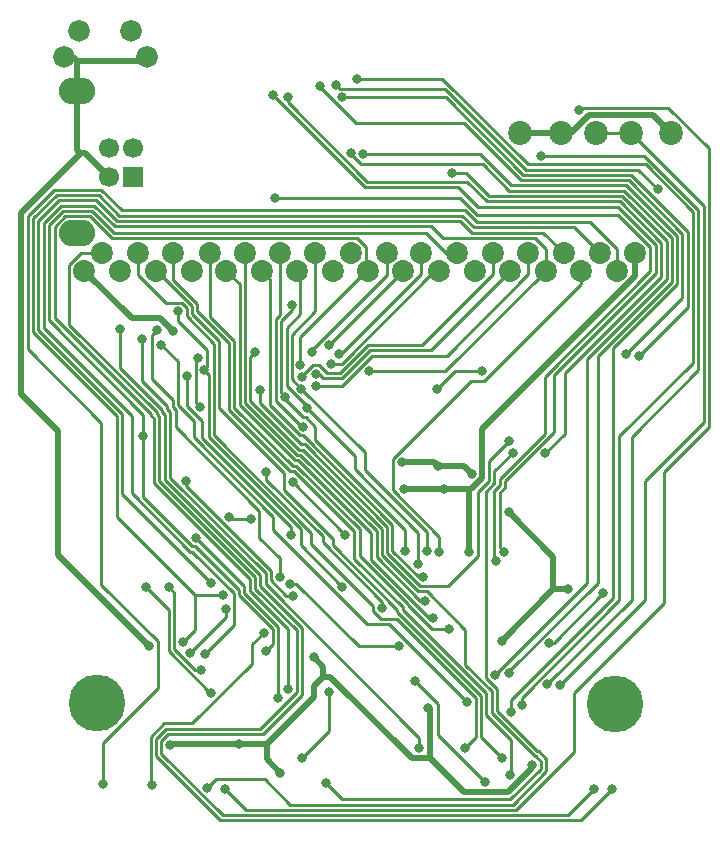
<source format=gbr>
%TF.GenerationSoftware,KiCad,Pcbnew,(6.0.2)*%
%TF.CreationDate,2022-07-19T18:02:22-05:00*%
%TF.ProjectId,REF1512B,52454631-3531-4324-922e-6b696361645f,rev?*%
%TF.SameCoordinates,Original*%
%TF.FileFunction,Copper,L2,Bot*%
%TF.FilePolarity,Positive*%
%FSLAX46Y46*%
G04 Gerber Fmt 4.6, Leading zero omitted, Abs format (unit mm)*
G04 Created by KiCad (PCBNEW (6.0.2)) date 2022-07-19 18:02:22*
%MOMM*%
%LPD*%
G01*
G04 APERTURE LIST*
%TA.AperFunction,NonConductor*%
%ADD10C,0.850000*%
%TD*%
%TA.AperFunction,ComponentPad*%
%ADD11R,1.700000X1.700000*%
%TD*%
%TA.AperFunction,ComponentPad*%
%ADD12C,1.700000*%
%TD*%
%TA.AperFunction,ComponentPad*%
%ADD13O,3.090000X2.250000*%
%TD*%
%TA.AperFunction,ComponentPad*%
%ADD14C,1.860000*%
%TD*%
%TA.AperFunction,ComponentPad*%
%ADD15C,2.020000*%
%TD*%
%TA.AperFunction,ComponentPad*%
%ADD16C,1.830000*%
%TD*%
%TA.AperFunction,ComponentPad*%
%ADD17C,4.800000*%
%TD*%
%TA.AperFunction,ViaPad*%
%ADD18C,0.800000*%
%TD*%
%TA.AperFunction,Conductor*%
%ADD19C,0.250000*%
%TD*%
%TA.AperFunction,Conductor*%
%ADD20C,0.550000*%
%TD*%
G04 APERTURE END LIST*
D10*
X130294300Y-62793200D02*
G75*
G03*
X130294300Y-62793200I-425000J0D01*
G01*
X125730200Y-62793200D02*
G75*
G03*
X125730200Y-62793200I-425000J0D01*
G01*
D11*
%TO.P,J4,1,VBUS*%
%TO.N,/VBUS*%
X129967000Y-75166000D03*
D12*
%TO.P,J4,2,D-*%
%TO.N,/D-*%
X129967000Y-72666000D03*
%TO.P,J4,3,D+*%
%TO.N,/D+*%
X127967000Y-72666000D03*
%TO.P,J4,4,GND*%
%TO.N,/GND*%
X127967000Y-75166000D03*
D13*
%TO.P,J4,5,Shield*%
X125257000Y-79936000D03*
X125257000Y-67896000D03*
%TD*%
D14*
%TO.P,J2,1,+3.3V/+5V*%
%TO.N,/VCC*%
X172479500Y-81608000D03*
%TO.P,J2,2,Clock*%
%TO.N,/Clk*%
X170933000Y-83116000D03*
%TO.P,J2,3,/WR*%
%TO.N,/Write*%
X169464600Y-81607900D03*
%TO.P,J2,4,/RD*%
%TO.N,/Rd_Game*%
X167916500Y-83114000D03*
%TO.P,J2,5,/CS.ROM*%
%TO.N,/CS.Rom.Game*%
X166446500Y-81608000D03*
%TO.P,J2,6,AD0*%
%TO.N,/AD0*%
X164900500Y-83116000D03*
%TO.P,J2,7,AD1*%
%TO.N,/AD1*%
X163432100Y-81607900D03*
%TO.P,J2,8,AD2*%
%TO.N,/AD2*%
X161882500Y-83115000D03*
%TO.P,J2,9,AD3*%
%TO.N,/AD3*%
X160456500Y-81609000D03*
%TO.P,J2,10,AD4*%
%TO.N,/AD4*%
X158907700Y-83116000D03*
%TO.P,J2,11,AD5*%
%TO.N,/AD5*%
X157399600Y-81607900D03*
%TO.P,J2,12,AD6*%
%TO.N,/AD6*%
X155847500Y-83116000D03*
%TO.P,J2,13,AD7*%
%TO.N,/AD7*%
X154383300Y-81607900D03*
%TO.P,J2,14,AD8*%
%TO.N,/AD8*%
X152833500Y-83116000D03*
%TO.P,J2,15,AD9*%
%TO.N,/AD9*%
X151447500Y-81607000D03*
%TO.P,J2,16,AD10*%
%TO.N,/AD10*%
X149896500Y-83117000D03*
%TO.P,J2,17,AD11*%
%TO.N,/AD11*%
X148426500Y-81608000D03*
%TO.P,J2,18,AD12*%
%TO.N,/AD12*%
X146881500Y-83115000D03*
%TO.P,J2,19,AD13*%
%TO.N,/AD13*%
X145412500Y-81609000D03*
%TO.P,J2,20,AD14*%
%TO.N,/AD14*%
X143864500Y-83117000D03*
%TO.P,J2,21,AD15*%
%TO.N,/AD15*%
X142396500Y-81607000D03*
%TO.P,J2,22,A16*%
%TO.N,/A16*%
X140851500Y-83115000D03*
%TO.P,J2,23,A17*%
%TO.N,/A17*%
X139418500Y-81606000D03*
%TO.P,J2,24,A18*%
%TO.N,/A18*%
X137874500Y-83116000D03*
%TO.P,J2,25,A19*%
%TO.N,/A19*%
X136483500Y-81611000D03*
%TO.P,J2,26,A20*%
%TO.N,/A20*%
X134932500Y-83114000D03*
%TO.P,J2,27,A21*%
%TO.N,/A21*%
X133387500Y-81609000D03*
%TO.P,J2,28,A22*%
%TO.N,/A22*%
X131880500Y-83116000D03*
%TO.P,J2,29,A23*%
%TO.N,/A23*%
X130373500Y-81609000D03*
%TO.P,J2,30,/CS.SRAM*%
%TO.N,/CS.SRAM*%
X128866500Y-83124000D03*
%TO.P,J2,31,/REQ*%
%TO.N,/REQ*%
X127351500Y-81609000D03*
%TO.P,J2,32,GND*%
%TO.N,/GND*%
X125848000Y-83116000D03*
%TD*%
D15*
%TO.P,J3,1,A*%
%TO.N,/GND*%
X166227000Y-71435000D03*
%TO.P,J3,2,B*%
%TO.N,/Switch*%
X169200000Y-71438000D03*
%TO.P,J3,3,C*%
X172103000Y-71437000D03*
%TO.P,J3,4,Case_GND*%
%TO.N,/GND*%
X162770000Y-71437000D03*
%TO.P,J3,5,Case_GND*%
X175552000Y-71439000D03*
%TD*%
D16*
%TO.P,SW1,1,1*%
%TO.N,/GND*%
X124097000Y-64952000D03*
%TO.P,SW1,2,2*%
%TO.N,/Button*%
X125370000Y-62809000D03*
%TO.P,SW1,3,3*%
%TO.N,/GND*%
X129821000Y-62769000D03*
%TO.P,SW1,4,4*%
X131127000Y-64952000D03*
%TD*%
D17*
%TO.P,REF2,1*%
%TO.N,N/C*%
X170787000Y-119748000D03*
%TD*%
%TO.P,REF1,1*%
%TO.N,N/C*%
X126923000Y-119706000D03*
%TD*%
D18*
%TO.N,/CS.Rom.Game*%
X136606900Y-109559000D03*
%TO.N,/Rd_Game*%
X143270900Y-109591100D03*
X152472400Y-114883000D03*
X155914000Y-106861300D03*
%TO.N,/50MHz*%
X165229200Y-114613100D03*
X169799600Y-110392900D03*
%TO.N,/P0-4*%
X141844500Y-68248900D03*
X161354700Y-106874500D03*
%TO.N,/P0-5*%
X143060500Y-68391400D03*
X164872600Y-98544100D03*
%TO.N,/P0-6*%
X147662000Y-68411900D03*
X172803000Y-90292700D03*
%TO.N,/P0-7*%
X145795000Y-67428100D03*
X171738000Y-90157900D03*
%TO.N,/P1-1*%
X147156700Y-67380600D03*
X174438300Y-76198300D03*
%TO.N,/P1-3*%
X148971400Y-66830500D03*
X162868400Y-119879700D03*
%TO.N,/P1-2*%
X157003300Y-74811800D03*
X160613100Y-117291700D03*
%TO.N,/P0-3*%
X149432300Y-73185600D03*
X161955600Y-120484100D03*
%TO.N,/P0-2*%
X148431900Y-73139100D03*
X161801700Y-117164600D03*
%TO.N,/P0-1*%
X164513000Y-73345700D03*
X165039100Y-118113700D03*
%TO.N,/P0-0*%
X141988700Y-76898500D03*
X160733500Y-107672900D03*
%TO.N,/REQ*%
X170563000Y-126963600D03*
%TO.N,/CS.SRAM*%
X169022300Y-126949000D03*
X128866500Y-88012900D03*
%TO.N,/A23*%
X158059000Y-123468400D03*
%TO.N,/A22*%
X161242700Y-124355800D03*
%TO.N,/A21*%
X161853300Y-125797800D03*
%TO.N,/A20*%
X130716000Y-88906300D03*
X154196800Y-123456200D03*
%TO.N,/A19*%
X156731400Y-113440600D03*
%TO.N,/A18*%
X153802200Y-117791500D03*
X159766100Y-126355900D03*
X155345600Y-112457600D03*
%TO.N,/A17*%
X154666600Y-111057900D03*
%TO.N,/A16*%
X154550900Y-109022000D03*
%TO.N,/CS.Rom.Sys*%
X141019400Y-113735100D03*
X131549000Y-126601300D03*
%TO.N,/Rd_Sys*%
X137814400Y-111763800D03*
X134784800Y-115424500D03*
%TO.N,/Write*%
X137597400Y-110549400D03*
X134189400Y-114542200D03*
%TO.N,/Clk*%
X127406400Y-126544000D03*
%TO.N,/SST.WE#*%
X155712500Y-93096600D03*
X159478900Y-91604500D03*
%TO.N,/SST.CE#*%
X132027800Y-88118700D03*
X142375200Y-109017000D03*
%TO.N,/SST.OE#*%
X134498400Y-91987200D03*
X143334000Y-105456300D03*
%TO.N,/AD0*%
X136089900Y-115509700D03*
X149911200Y-91612800D03*
%TO.N,/AD8*%
X146543600Y-89365200D03*
X146529100Y-118778600D03*
X144251800Y-124319100D03*
%TO.N,/AD1*%
X145466500Y-92809200D03*
X135505300Y-90471800D03*
X135608700Y-94588900D03*
X132988300Y-109886500D03*
X135732800Y-116892600D03*
%TO.N,/AD9*%
X140301900Y-89997400D03*
X146314600Y-126466400D03*
X145079700Y-89969300D03*
%TO.N,/AD2*%
X145476500Y-91808800D03*
X162161700Y-98495000D03*
X136261800Y-126859100D03*
%TO.N,/AD10*%
X143078500Y-118467100D03*
X144146200Y-91087400D03*
%TO.N,/AD3*%
X144262100Y-92087800D03*
X167766000Y-69487200D03*
X137733100Y-126928300D03*
%TO.N,/AD11*%
X136000600Y-91512800D03*
X147688600Y-109865600D03*
X133781200Y-86538800D03*
%TO.N,/AD4*%
X140692200Y-93168000D03*
X161821600Y-97485600D03*
X131056800Y-109862400D03*
X136548400Y-118822900D03*
%TO.N,/AD12*%
X152985700Y-106823800D03*
X142842800Y-93767900D03*
X143416200Y-85988700D03*
%TO.N,/AD5*%
X130826400Y-97058900D03*
X141226200Y-115276600D03*
%TO.N,/AD13*%
X144214700Y-93088200D03*
X154858400Y-106836400D03*
%TO.N,/AD6*%
X146712000Y-90948300D03*
X134492700Y-100889800D03*
X143486100Y-110603200D03*
%TO.N,/AD14*%
X144676700Y-94737200D03*
X154115700Y-107928000D03*
%TO.N,/AD7*%
X147411100Y-90143900D03*
X135292000Y-105696400D03*
X142237200Y-119261900D03*
%TO.N,/AD15*%
X144374600Y-96292300D03*
X141247600Y-100166800D03*
X151045000Y-111630300D03*
%TO.N,/SST.A16*%
X143474100Y-100992300D03*
X147936200Y-105448000D03*
%TO.N,/Const_High*%
X138121200Y-103919800D03*
X139951300Y-104098800D03*
%TO.N,/VCC*%
X138898800Y-123140200D03*
X158419000Y-106915600D03*
X156337000Y-101546100D03*
X163754300Y-124941600D03*
X154973000Y-120128400D03*
X142440000Y-125578100D03*
X145254200Y-115828100D03*
X152908700Y-101566900D03*
X133081300Y-123211800D03*
%TO.N,/Button*%
X158256700Y-119631700D03*
X132355700Y-89337500D03*
%TO.N,/Switch*%
X166133800Y-118132800D03*
%TO.N,/GND*%
X152757600Y-99315800D03*
X161779600Y-103545700D03*
X155766700Y-99595000D03*
X166762700Y-110072700D03*
X133321700Y-88168500D03*
X131334500Y-114877800D03*
X158646600Y-100260700D03*
X161166800Y-114463600D03*
%TD*%
D19*
%TO.N,/CS.Rom.Game*%
X164714500Y-79876000D02*
X166446500Y-81608000D01*
X158631600Y-79876000D02*
X164714500Y-79876000D01*
X157631200Y-78875600D02*
X158631600Y-79876000D01*
X128626300Y-78875600D02*
X157631200Y-78875600D01*
X126870400Y-77119700D02*
X128626300Y-78875600D01*
X123684300Y-77119700D02*
X126870400Y-77119700D01*
X121961400Y-78842600D02*
X123684300Y-77119700D01*
X121961400Y-88091400D02*
X121961400Y-78842600D01*
X129070500Y-95200500D02*
X121961400Y-88091400D01*
X129070500Y-102022600D02*
X129070500Y-95200500D01*
X136606900Y-109559000D02*
X129070500Y-102022600D01*
%TO.N,/Rd_Game*%
X143776100Y-109591100D02*
X143270900Y-109591100D01*
X149068000Y-114883000D02*
X143776100Y-109591100D01*
X152472400Y-114883000D02*
X149068000Y-114883000D01*
X155914000Y-105597900D02*
X155914000Y-106861300D01*
X151987900Y-101671800D02*
X155914000Y-105597900D01*
X151987900Y-99059700D02*
X151987900Y-101671800D01*
X158589400Y-92458200D02*
X151987900Y-99059700D01*
X159699600Y-92458200D02*
X158589400Y-92458200D01*
X167916500Y-84241300D02*
X159699600Y-92458200D01*
X167916500Y-83114000D02*
X167916500Y-84241300D01*
%TO.N,/50MHz*%
X165579400Y-114613100D02*
X169799600Y-110392900D01*
X165229200Y-114613100D02*
X165579400Y-114613100D01*
%TO.N,/P0-4*%
X149583200Y-75987600D02*
X141844500Y-68248900D01*
X157483700Y-75987600D02*
X149583200Y-75987600D01*
X159169700Y-77673600D02*
X157483700Y-75987600D01*
X171000200Y-77673600D02*
X159169700Y-77673600D01*
X174228300Y-80901700D02*
X171000200Y-77673600D01*
X174228300Y-83295800D02*
X174228300Y-80901700D01*
X165605300Y-91918800D02*
X174228300Y-83295800D01*
X165605300Y-96756400D02*
X165605300Y-91918800D01*
X161473100Y-100888600D02*
X165605300Y-96756400D01*
X161473100Y-101431800D02*
X161473100Y-100888600D01*
X161022400Y-101882500D02*
X161473100Y-101431800D01*
X161022400Y-106542200D02*
X161022400Y-101882500D01*
X161354700Y-106874500D02*
X161022400Y-106542200D01*
%TO.N,/P0-5*%
X143060600Y-68391400D02*
X143060500Y-68391400D01*
X143060600Y-68799600D02*
X143060600Y-68391400D01*
X149798200Y-75537200D02*
X143060600Y-68799600D01*
X158224000Y-75537200D02*
X149798200Y-75537200D01*
X159910000Y-77223200D02*
X158224000Y-75537200D01*
X171186700Y-77223200D02*
X159910000Y-77223200D01*
X174678700Y-80715200D02*
X171186700Y-77223200D01*
X174678700Y-83587900D02*
X174678700Y-80715200D01*
X166506000Y-91760600D02*
X174678700Y-83587900D01*
X166506000Y-96910700D02*
X166506000Y-91760600D01*
X164872600Y-98544100D02*
X166506000Y-96910700D01*
%TO.N,/P0-6*%
X176938000Y-86157700D02*
X172803000Y-90292700D01*
X176938000Y-79790000D02*
X176938000Y-86157700D01*
X172119600Y-74971600D02*
X176938000Y-79790000D01*
X163019400Y-74971600D02*
X172119600Y-74971600D01*
X156459700Y-68411900D02*
X163019400Y-74971600D01*
X147662000Y-68411900D02*
X156459700Y-68411900D01*
%TO.N,/P0-7*%
X176487700Y-85408200D02*
X171738000Y-90157900D01*
X176487700Y-79976600D02*
X176487700Y-85408200D01*
X171933000Y-75421900D02*
X176487700Y-79976600D01*
X162832800Y-75421900D02*
X171933000Y-75421900D01*
X157994200Y-70583300D02*
X162832800Y-75421900D01*
X148807700Y-70583300D02*
X157994200Y-70583300D01*
X145795000Y-67570600D02*
X148807700Y-70583300D01*
X145795000Y-67428100D02*
X145795000Y-67570600D01*
%TO.N,/P1-1*%
X147462700Y-67686600D02*
X147156700Y-67380600D01*
X156371300Y-67686600D02*
X147462700Y-67686600D01*
X163206000Y-74521300D02*
X156371300Y-67686600D01*
X172761300Y-74521300D02*
X163206000Y-74521300D01*
X174438300Y-76198300D02*
X172761300Y-74521300D01*
%TO.N,/P1-3*%
X156152100Y-66830500D02*
X148971400Y-66830500D01*
X163392600Y-74071000D02*
X156152100Y-66830500D01*
X173360900Y-74071000D02*
X163392600Y-74071000D01*
X177388300Y-78098400D02*
X173360900Y-74071000D01*
X177388300Y-90868200D02*
X177388300Y-78098400D01*
X171133800Y-97122700D02*
X177388300Y-90868200D01*
X171133800Y-110993400D02*
X171133800Y-97122700D01*
X171133700Y-110993400D02*
X171133800Y-110993400D01*
X162868400Y-119258700D02*
X171133700Y-110993400D01*
X162868400Y-119879700D02*
X162868400Y-119258700D01*
%TO.N,/P1-2*%
X158135500Y-74811800D02*
X157003300Y-74811800D01*
X160096500Y-76772800D02*
X158135500Y-74811800D01*
X171373200Y-76772800D02*
X160096500Y-76772800D01*
X175136800Y-80536400D02*
X171373200Y-76772800D01*
X175136800Y-83822600D02*
X175136800Y-80536400D01*
X168402900Y-90556500D02*
X175136800Y-83822600D01*
X168402900Y-109501900D02*
X168402900Y-90556500D01*
X160613100Y-117291700D02*
X168402900Y-109501900D01*
%TO.N,/P0-3*%
X159322700Y-73185600D02*
X149432300Y-73185600D01*
X162009300Y-75872200D02*
X159322700Y-73185600D01*
X171746400Y-75872200D02*
X162009300Y-75872200D01*
X176037400Y-80163200D02*
X171746400Y-75872200D01*
X176037400Y-84195800D02*
X176037400Y-80163200D01*
X170577100Y-89656100D02*
X176037400Y-84195800D01*
X170577100Y-110818300D02*
X170577100Y-89656100D01*
X161955600Y-119439800D02*
X170577100Y-110818300D01*
X161955600Y-120484100D02*
X161955600Y-119439800D01*
%TO.N,/P0-2*%
X148431900Y-73212000D02*
X148431900Y-73139100D01*
X149306400Y-74086500D02*
X148431900Y-73212000D01*
X159586700Y-74086500D02*
X149306400Y-74086500D01*
X161822700Y-76322500D02*
X159586700Y-74086500D01*
X171559800Y-76322500D02*
X161822700Y-76322500D01*
X175587100Y-80349800D02*
X171559800Y-76322500D01*
X175587100Y-84009200D02*
X175587100Y-80349800D01*
X169304500Y-90291800D02*
X175587100Y-84009200D01*
X169304500Y-109512000D02*
X169304500Y-90291800D01*
X161801700Y-117014800D02*
X169304500Y-109512000D01*
X161801700Y-117164600D02*
X161801700Y-117014800D01*
%TO.N,/P0-1*%
X173272500Y-73345700D02*
X164513000Y-73345700D01*
X177838600Y-77911800D02*
X173272500Y-73345700D01*
X177838600Y-91473700D02*
X177838600Y-77911800D01*
X172174900Y-97137400D02*
X177838600Y-91473700D01*
X172174900Y-110977900D02*
X172174900Y-97137400D01*
X165039100Y-118113700D02*
X172174900Y-110977900D01*
%TO.N,/P0-0*%
X157654400Y-76898500D02*
X141988700Y-76898500D01*
X159107600Y-78351700D02*
X157654400Y-76898500D01*
X171041400Y-78351700D02*
X159107600Y-78351700D01*
X173777900Y-81088200D02*
X171041400Y-78351700D01*
X173777900Y-83109300D02*
X173777900Y-81088200D01*
X164814200Y-92073000D02*
X173777900Y-83109300D01*
X164814200Y-96910600D02*
X164814200Y-92073000D01*
X161022800Y-100702000D02*
X164814200Y-96910600D01*
X161022800Y-101245200D02*
X161022800Y-100702000D01*
X160569800Y-101698200D02*
X161022800Y-101245200D01*
X160569800Y-107509200D02*
X160569800Y-101698200D01*
X160733500Y-107672900D02*
X160569800Y-107509200D01*
%TO.N,/REQ*%
X167893800Y-129632800D02*
X170563000Y-126963600D01*
X137349900Y-129632800D02*
X167893800Y-129632800D01*
X131905700Y-124188600D02*
X137349900Y-129632800D01*
X131905700Y-122724800D02*
X131905700Y-124188600D01*
X132781300Y-121849200D02*
X131905700Y-122724800D01*
X140734400Y-121849200D02*
X132781300Y-121849200D01*
X143828500Y-118755100D02*
X140734400Y-121849200D01*
X143828500Y-113539600D02*
X143828500Y-118755100D01*
X140289600Y-110000700D02*
X143828500Y-113539600D01*
X140289600Y-109031200D02*
X140289600Y-110000700D01*
X132172700Y-100914300D02*
X140289600Y-109031200D01*
X132172700Y-95399000D02*
X132172700Y-100914300D01*
X131968300Y-95194600D02*
X132172700Y-95399000D01*
X131968300Y-95040800D02*
X131968300Y-95194600D01*
X124584100Y-87656600D02*
X131968300Y-95040800D01*
X124584100Y-82604500D02*
X124584100Y-87656600D01*
X125579600Y-81609000D02*
X124584100Y-82604500D01*
X127351500Y-81609000D02*
X125579600Y-81609000D01*
%TO.N,/CS.SRAM*%
X166788900Y-129182400D02*
X169022300Y-126949000D01*
X137548800Y-129182400D02*
X166788900Y-129182400D01*
X132356000Y-123989600D02*
X137548800Y-129182400D01*
X132356000Y-122911400D02*
X132356000Y-123989600D01*
X132967900Y-122299500D02*
X132356000Y-122911400D01*
X140976200Y-122299500D02*
X132967900Y-122299500D01*
X144280900Y-118994800D02*
X140976200Y-122299500D01*
X144280900Y-113355100D02*
X144280900Y-118994800D01*
X140739900Y-109814100D02*
X144280900Y-113355100D01*
X140739900Y-108844600D02*
X140739900Y-109814100D01*
X132677400Y-100782100D02*
X140739900Y-108844600D01*
X132677400Y-95266800D02*
X132677400Y-100782100D01*
X132418600Y-95008000D02*
X132677400Y-95266800D01*
X132418600Y-94854200D02*
X132418600Y-95008000D01*
X128866500Y-91302100D02*
X132418600Y-94854200D01*
X128866500Y-88012900D02*
X128866500Y-91302100D01*
%TO.N,/A23*%
X130373500Y-83413000D02*
X130373500Y-81609000D01*
X132773400Y-85812900D02*
X130373500Y-83413000D01*
X134081100Y-85812900D02*
X132773400Y-85812900D01*
X134506500Y-86238300D02*
X134081100Y-85812900D01*
X134506500Y-86946400D02*
X134506500Y-86238300D01*
X136814700Y-89254600D02*
X134506500Y-86946400D01*
X136814700Y-97015300D02*
X136814700Y-89254600D01*
X145056700Y-105257300D02*
X136814700Y-97015300D01*
X145056700Y-106204600D02*
X145056700Y-105257300D01*
X150319700Y-111467600D02*
X145056700Y-106204600D01*
X150319700Y-111930700D02*
X150319700Y-111467600D01*
X150971400Y-112582400D02*
X150319700Y-111930700D01*
X152299200Y-112582400D02*
X150971400Y-112582400D01*
X158983700Y-119266900D02*
X152299200Y-112582400D01*
X158983700Y-122543700D02*
X158983700Y-119266900D01*
X158059000Y-123468400D02*
X158983700Y-122543700D01*
%TO.N,/A22*%
X159434000Y-122547100D02*
X161242700Y-124355800D01*
X159434000Y-119066800D02*
X159434000Y-122547100D01*
X152358400Y-111991200D02*
X159434000Y-119066800D01*
X152358400Y-111773900D02*
X152358400Y-111991200D01*
X146925000Y-106340500D02*
X152358400Y-111773900D01*
X146925000Y-105843700D02*
X146925000Y-106340500D01*
X142742700Y-101661400D02*
X146925000Y-105843700D01*
X142742700Y-100192100D02*
X142742700Y-101661400D01*
X137265000Y-94714400D02*
X142742700Y-100192100D01*
X137265000Y-89030700D02*
X137265000Y-94714400D01*
X134956800Y-86722500D02*
X137265000Y-89030700D01*
X134956800Y-86051700D02*
X134956800Y-86722500D01*
X132021200Y-83116100D02*
X134956800Y-86051700D01*
X131880500Y-83116100D02*
X132021200Y-83116100D01*
X131880500Y-83116000D02*
X131880500Y-83116100D01*
%TO.N,/A21*%
X161995800Y-125655300D02*
X161853300Y-125797800D01*
X161995800Y-122847600D02*
X161995800Y-125655300D01*
X159884300Y-120736100D02*
X161995800Y-122847600D01*
X159884300Y-118880200D02*
X159884300Y-120736100D01*
X152808700Y-111804600D02*
X159884300Y-118880200D01*
X152808700Y-111587200D02*
X152808700Y-111804600D01*
X148693300Y-107471800D02*
X152808700Y-111587200D01*
X148693300Y-105166100D02*
X148693300Y-107471800D01*
X143576200Y-100049000D02*
X148693300Y-105166100D01*
X143277000Y-100049000D02*
X143576200Y-100049000D01*
X138106800Y-94878800D02*
X143277000Y-100049000D01*
X138106800Y-89235600D02*
X138106800Y-94878800D01*
X135407100Y-86535900D02*
X138106800Y-89235600D01*
X135407100Y-85865100D02*
X135407100Y-86535900D01*
X133387500Y-83845500D02*
X135407100Y-85865100D01*
X133387500Y-81609000D02*
X133387500Y-83845500D01*
%TO.N,/A20*%
X154196800Y-122634100D02*
X154196800Y-123456200D01*
X141190200Y-109627500D02*
X154196800Y-122634100D01*
X141190200Y-108658000D02*
X141190200Y-109627500D01*
X133130100Y-100597900D02*
X141190200Y-108658000D01*
X133130100Y-95082600D02*
X133130100Y-100597900D01*
X132868900Y-94821400D02*
X133130100Y-95082600D01*
X132868900Y-94540400D02*
X132868900Y-94821400D01*
X130716000Y-92387500D02*
X132868900Y-94540400D01*
X130716000Y-88906300D02*
X130716000Y-92387500D01*
%TO.N,/A19*%
X155291800Y-113440600D02*
X156731400Y-113440600D01*
X153259000Y-111407800D02*
X155291800Y-113440600D01*
X153259000Y-111342900D02*
X153259000Y-111407800D01*
X149143600Y-107227500D02*
X153259000Y-111342900D01*
X149143600Y-104979500D02*
X149143600Y-107227500D01*
X143762800Y-99598700D02*
X149143600Y-104979500D01*
X143470800Y-99598700D02*
X143762800Y-99598700D01*
X138557100Y-94685000D02*
X143470800Y-99598700D01*
X138557100Y-89049000D02*
X138557100Y-94685000D01*
X136483500Y-86975400D02*
X138557100Y-89049000D01*
X136483500Y-81611000D02*
X136483500Y-86975400D01*
%TO.N,/A18*%
X155785200Y-122375000D02*
X159766100Y-126355900D01*
X155785200Y-119774500D02*
X155785200Y-122375000D01*
X153802200Y-117791500D02*
X155785200Y-119774500D01*
X155040400Y-112457600D02*
X155345600Y-112457600D01*
X150132700Y-107549900D02*
X155040400Y-112457600D01*
X150132700Y-105331700D02*
X150132700Y-107549900D01*
X143949400Y-99148400D02*
X150132700Y-105331700D01*
X143657400Y-99148400D02*
X143949400Y-99148400D01*
X139007400Y-94498400D02*
X143657400Y-99148400D01*
X139007400Y-84248900D02*
X139007400Y-94498400D01*
X137874500Y-83116000D02*
X139007400Y-84248900D01*
%TO.N,/A17*%
X154283400Y-111057900D02*
X154666600Y-111057900D01*
X150583000Y-107357500D02*
X154283400Y-111057900D01*
X150583000Y-105145100D02*
X150583000Y-107357500D01*
X144136000Y-98698100D02*
X150583000Y-105145100D01*
X143844000Y-98698100D02*
X144136000Y-98698100D01*
X139457700Y-94311800D02*
X143844000Y-98698100D01*
X139457700Y-81645200D02*
X139457700Y-94311800D01*
X139418500Y-81606000D02*
X139457700Y-81645200D01*
%TO.N,/A16*%
X154158200Y-109022000D02*
X154550900Y-109022000D01*
X151933900Y-106797700D02*
X154158200Y-109022000D01*
X151933900Y-104585300D02*
X151933900Y-106797700D01*
X144366200Y-97017600D02*
X151933900Y-104585300D01*
X144074200Y-97017600D02*
X144366200Y-97017600D01*
X141534700Y-94478100D02*
X144074200Y-97017600D01*
X141534700Y-83798200D02*
X141534700Y-94478100D01*
X140851500Y-83115000D02*
X141534700Y-83798200D01*
%TO.N,/CS.Rom.Sys*%
X131455400Y-126507700D02*
X131549000Y-126601300D01*
X131455400Y-122538200D02*
X131455400Y-126507700D01*
X132594700Y-121398900D02*
X131455400Y-122538200D01*
X134998200Y-121398900D02*
X132594700Y-121398900D01*
X140051900Y-116345200D02*
X134998200Y-121398900D01*
X140051900Y-114702600D02*
X140051900Y-116345200D01*
X141019400Y-113735100D02*
X140051900Y-114702600D01*
%TO.N,/Rd_Sys*%
X137814400Y-112394900D02*
X134784800Y-115424500D01*
X137814400Y-111763800D02*
X137814400Y-112394900D01*
%TO.N,/Write*%
X135256200Y-113475400D02*
X134189400Y-114542200D01*
X135256200Y-110549400D02*
X135256200Y-113475400D01*
X137597400Y-110549400D02*
X135256200Y-110549400D01*
X167282400Y-79425700D02*
X169464600Y-81607900D01*
X158818200Y-79425700D02*
X167282400Y-79425700D01*
X157817800Y-78425300D02*
X158818200Y-79425700D01*
X128812900Y-78425300D02*
X157817800Y-78425300D01*
X127057000Y-76669400D02*
X128812900Y-78425300D01*
X123497700Y-76669400D02*
X127057000Y-76669400D01*
X121511100Y-78656000D02*
X123497700Y-76669400D01*
X121511100Y-88278000D02*
X121511100Y-78656000D01*
X128620200Y-95387100D02*
X121511100Y-88278000D01*
X128620200Y-103913400D02*
X128620200Y-95387100D01*
X135256200Y-110549400D02*
X128620200Y-103913400D01*
%TO.N,/Clk*%
X127406400Y-123100500D02*
X127406400Y-126544000D01*
X132059900Y-118447000D02*
X127406400Y-123100500D01*
X132059900Y-114466100D02*
X132059900Y-118447000D01*
X127252700Y-109658900D02*
X132059900Y-114466100D01*
X127252700Y-95946800D02*
X127252700Y-109658900D01*
X121060800Y-89754900D02*
X127252700Y-95946800D01*
X121060800Y-78469400D02*
X121060800Y-89754900D01*
X123311100Y-76219100D02*
X121060800Y-78469400D01*
X127243600Y-76219100D02*
X123311100Y-76219100D01*
X128999500Y-77975000D02*
X127243600Y-76219100D01*
X158094000Y-77975000D02*
X128999500Y-77975000D01*
X159094400Y-78975400D02*
X158094000Y-77975000D01*
X168655600Y-78975400D02*
X159094400Y-78975400D01*
X170933000Y-81252800D02*
X168655600Y-78975400D01*
X170933000Y-83116000D02*
X170933000Y-81252800D01*
%TO.N,/SST.WE#*%
X157204600Y-91604500D02*
X159478900Y-91604500D01*
X155712500Y-93096600D02*
X157204600Y-91604500D01*
%TO.N,/SST.CE#*%
X142375200Y-107424400D02*
X142375200Y-109017000D01*
X140676700Y-105725900D02*
X142375200Y-107424400D01*
X140676700Y-103425000D02*
X140676700Y-105725900D01*
X133606600Y-96354900D02*
X140676700Y-103425000D01*
X133606600Y-94922200D02*
X133606600Y-96354900D01*
X133319200Y-94634800D02*
X133606600Y-94922200D01*
X133319200Y-93998000D02*
X133319200Y-94634800D01*
X131589000Y-92267800D02*
X133319200Y-93998000D01*
X131589000Y-88557500D02*
X131589000Y-92267800D01*
X132027800Y-88118700D02*
X131589000Y-88557500D01*
%TO.N,/SST.OE#*%
X143334000Y-104808400D02*
X143334000Y-105456300D01*
X135770700Y-97245100D02*
X143334000Y-104808400D01*
X135770700Y-95812500D02*
X135770700Y-97245100D01*
X134498400Y-94540200D02*
X135770700Y-95812500D01*
X134498400Y-91987200D02*
X134498400Y-94540200D01*
%TO.N,/AD0*%
X138544700Y-113054900D02*
X136089900Y-115509700D01*
X138544700Y-110803400D02*
X138544700Y-113054900D01*
X138488400Y-110747100D02*
X138544700Y-110803400D01*
X138488400Y-110414500D02*
X138488400Y-110747100D01*
X134945900Y-106872000D02*
X138488400Y-110414500D01*
X134805000Y-106872000D02*
X134945900Y-106872000D01*
X129863500Y-101930500D02*
X134805000Y-106872000D01*
X129863500Y-95356600D02*
X129863500Y-101930500D01*
X122411700Y-87904800D02*
X129863500Y-95356600D01*
X122411700Y-79029200D02*
X122411700Y-87904800D01*
X123870900Y-77570000D02*
X122411700Y-79029200D01*
X126683800Y-77570000D02*
X123870900Y-77570000D01*
X128439700Y-79325900D02*
X126683800Y-77570000D01*
X155210600Y-79325900D02*
X128439700Y-79325900D01*
X156211100Y-80326400D02*
X155210600Y-79325900D01*
X163994300Y-80326400D02*
X156211100Y-80326400D01*
X164900500Y-81232600D02*
X163994300Y-80326400D01*
X164900500Y-83116000D02*
X164900500Y-81232600D01*
X149911200Y-91612700D02*
X149911200Y-91612800D01*
X156403800Y-91612700D02*
X149911200Y-91612700D01*
X164900500Y-83116000D02*
X156403800Y-91612700D01*
%TO.N,/AD8*%
X146529100Y-122041800D02*
X146529100Y-118778600D01*
X144251800Y-124319100D02*
X146529100Y-122041800D01*
X146584300Y-89365200D02*
X146543600Y-89365200D01*
X152833500Y-83116000D02*
X146584300Y-89365200D01*
%TO.N,/AD1*%
X135269700Y-94249900D02*
X135608700Y-94588900D01*
X135269700Y-90707400D02*
X135269700Y-94249900D01*
X135505300Y-90471800D02*
X135269700Y-90707400D01*
X147689100Y-92809200D02*
X145466500Y-92809200D01*
X150209900Y-90288400D02*
X147689100Y-92809200D01*
X156514000Y-90288400D02*
X150209900Y-90288400D01*
X163432100Y-83370300D02*
X156514000Y-90288400D01*
X163432100Y-81607900D02*
X163432100Y-83370300D01*
X135227000Y-116892600D02*
X135732800Y-116892600D01*
X133438600Y-115104200D02*
X135227000Y-116892600D01*
X133438600Y-110336800D02*
X133438600Y-115104200D01*
X132988300Y-109886500D02*
X133438600Y-110336800D01*
%TO.N,/AD9*%
X145079800Y-89969300D02*
X145079700Y-89969300D01*
X145079800Y-89795400D02*
X145079800Y-89969300D01*
X151447500Y-83427700D02*
X145079800Y-89795400D01*
X151447500Y-81607000D02*
X151447500Y-83427700D01*
X147679700Y-127831500D02*
X146314600Y-126466400D01*
X161923200Y-127831500D02*
X147679700Y-127831500D01*
X164479600Y-125275100D02*
X161923200Y-127831500D01*
X164479600Y-124641100D02*
X164479600Y-125275100D01*
X164054800Y-124216300D02*
X164479600Y-124641100D01*
X164001400Y-124216300D02*
X164054800Y-124216300D01*
X160334600Y-120549500D02*
X164001400Y-124216300D01*
X160334600Y-118693600D02*
X160334600Y-120549500D01*
X158111000Y-116470000D02*
X160334600Y-118693600D01*
X158111000Y-113476500D02*
X158111000Y-116470000D01*
X154832100Y-110197600D02*
X158111000Y-113476500D01*
X154060000Y-110197600D02*
X154832100Y-110197600D01*
X151033300Y-107170900D02*
X154060000Y-110197600D01*
X151033300Y-104958500D02*
X151033300Y-107170900D01*
X144322600Y-98247800D02*
X151033300Y-104958500D01*
X144030600Y-98247800D02*
X144322600Y-98247800D01*
X139908000Y-94125200D02*
X144030600Y-98247800D01*
X139908000Y-90391300D02*
X139908000Y-94125200D01*
X140301900Y-89997400D02*
X139908000Y-90391300D01*
%TO.N,/AD2*%
X145729700Y-91808800D02*
X145476500Y-91808800D01*
X146089100Y-92168200D02*
X145729700Y-91808800D01*
X147693200Y-92168200D02*
X146089100Y-92168200D01*
X150023300Y-89838100D02*
X147693200Y-92168200D01*
X155159400Y-89838100D02*
X150023300Y-89838100D01*
X161882500Y-83115000D02*
X155159400Y-89838100D01*
X160572500Y-100084200D02*
X162161700Y-98495000D01*
X160572500Y-101058600D02*
X160572500Y-100084200D01*
X159837800Y-101793300D02*
X160572500Y-101058600D01*
X159837800Y-117559900D02*
X159837800Y-101793300D01*
X160784900Y-118507000D02*
X159837800Y-117559900D01*
X160784900Y-120355200D02*
X160784900Y-118507000D01*
X164195700Y-123766000D02*
X160784900Y-120355200D01*
X164323200Y-123766000D02*
X164195700Y-123766000D01*
X164943800Y-124386600D02*
X164323200Y-123766000D01*
X164943800Y-125469400D02*
X164943800Y-124386600D01*
X162131400Y-128281800D02*
X164943800Y-125469400D01*
X143260400Y-128281800D02*
X162131400Y-128281800D01*
X141136300Y-126157700D02*
X143260400Y-128281800D01*
X136963200Y-126157700D02*
X141136300Y-126157700D01*
X136261800Y-126859100D02*
X136963200Y-126157700D01*
%TO.N,/AD10*%
X149896500Y-83117000D02*
X149734700Y-83117000D01*
X144146200Y-88705500D02*
X144146200Y-91087400D01*
X149734700Y-83117000D02*
X144146200Y-88705500D01*
X143078500Y-113426500D02*
X143078500Y-118467100D01*
X139839300Y-110187300D02*
X143078500Y-113426500D01*
X139839300Y-109217800D02*
X139839300Y-110187300D01*
X131722400Y-101100900D02*
X139839300Y-109217800D01*
X131722400Y-95585600D02*
X131722400Y-101100900D01*
X131518000Y-95381200D02*
X131722400Y-95585600D01*
X131518000Y-95227400D02*
X131518000Y-95381200D01*
X123370600Y-87080000D02*
X131518000Y-95227400D01*
X123370600Y-79344100D02*
X123370600Y-87080000D01*
X124244000Y-78470700D02*
X123370600Y-79344100D01*
X126310700Y-78470700D02*
X124244000Y-78470700D01*
X128190600Y-80350600D02*
X126310700Y-78470700D01*
X148966200Y-80350600D02*
X128190600Y-80350600D01*
X149734700Y-81119100D02*
X148966200Y-80350600D01*
X149734700Y-83117000D02*
X149734700Y-81119100D01*
%TO.N,/AD3*%
X167968200Y-69285000D02*
X167766000Y-69487200D01*
X175286600Y-69285000D02*
X167968200Y-69285000D01*
X178739200Y-72737600D02*
X175286600Y-69285000D01*
X178739200Y-96310500D02*
X178739200Y-72737600D01*
X174936600Y-100113100D02*
X178739200Y-96310500D01*
X174936600Y-111215700D02*
X174936600Y-100113100D01*
X167299000Y-118853300D02*
X174936600Y-111215700D01*
X167299000Y-123798400D02*
X167299000Y-118853300D01*
X162365300Y-128732100D02*
X167299000Y-123798400D01*
X139536900Y-128732100D02*
X162365300Y-128732100D01*
X137733100Y-126928300D02*
X139536900Y-128732100D01*
X144262100Y-91997300D02*
X144262100Y-92087800D01*
X145226100Y-91033300D02*
X144262100Y-91997300D01*
X145726800Y-91033300D02*
X145226100Y-91033300D01*
X146411300Y-91717800D02*
X145726800Y-91033300D01*
X147506700Y-91717800D02*
X146411300Y-91717800D01*
X149836700Y-89387800D02*
X147506700Y-91717800D01*
X154450700Y-89387800D02*
X149836700Y-89387800D01*
X160456500Y-83382000D02*
X154450700Y-89387800D01*
X160456500Y-81609000D02*
X160456500Y-83382000D01*
%TO.N,/AD11*%
X144156200Y-106333200D02*
X147688600Y-109865600D01*
X144156200Y-104993700D02*
X144156200Y-106333200D01*
X136364400Y-97201900D02*
X144156200Y-104993700D01*
X136364400Y-91876600D02*
X136364400Y-97201900D01*
X136000600Y-91512800D02*
X136364400Y-91876600D01*
X133781200Y-87347000D02*
X133781200Y-86538800D01*
X136273400Y-89839200D02*
X133781200Y-87347000D01*
X136273400Y-91240000D02*
X136273400Y-89839200D01*
X136000600Y-91512800D02*
X136273400Y-91240000D01*
%TO.N,/AD4*%
X136520400Y-118822900D02*
X136548400Y-118822900D01*
X132988300Y-115290800D02*
X136520400Y-118822900D01*
X132988300Y-111793900D02*
X132988300Y-115290800D01*
X131056800Y-109862400D02*
X132988300Y-111793900D01*
X160122200Y-99185000D02*
X161821600Y-97485600D01*
X160122200Y-100872000D02*
X160122200Y-99185000D01*
X159187400Y-101806800D02*
X160122200Y-100872000D01*
X159187400Y-107221900D02*
X159187400Y-101806800D01*
X156662000Y-109747300D02*
X159187400Y-107221900D01*
X154246600Y-109747300D02*
X156662000Y-109747300D01*
X151483600Y-106984300D02*
X154246600Y-109747300D01*
X151483600Y-104771900D02*
X151483600Y-106984300D01*
X144509200Y-97797500D02*
X151483600Y-104771900D01*
X144217200Y-97797500D02*
X144509200Y-97797500D01*
X140692200Y-94272500D02*
X144217200Y-97797500D01*
X140692200Y-93168000D02*
X140692200Y-94272500D01*
%TO.N,/AD12*%
X143416200Y-86439000D02*
X143416200Y-85988700D01*
X142520300Y-87334900D02*
X143416200Y-86439000D01*
X142520300Y-93445400D02*
X142520300Y-87334900D01*
X142842800Y-93767900D02*
X142520300Y-93445400D01*
X152985700Y-104999700D02*
X152985700Y-106823800D01*
X145394600Y-97408600D02*
X152985700Y-104999700D01*
X145394600Y-96278400D02*
X145394600Y-97408600D01*
X144578700Y-95462500D02*
X145394600Y-96278400D01*
X144366700Y-95462500D02*
X144578700Y-95462500D01*
X142842800Y-93938600D02*
X144366700Y-95462500D01*
X142842800Y-93767900D02*
X142842800Y-93938600D01*
%TO.N,/AD5*%
X130826400Y-95263300D02*
X130826400Y-97058900D01*
X122862000Y-87298900D02*
X130826400Y-95263300D01*
X122862000Y-79215800D02*
X122862000Y-87298900D01*
X124057500Y-78020300D02*
X122862000Y-79215800D01*
X126497200Y-78020300D02*
X124057500Y-78020300D01*
X128370000Y-79893100D02*
X126497200Y-78020300D01*
X154792400Y-79893100D02*
X128370000Y-79893100D01*
X156507200Y-81607900D02*
X154792400Y-79893100D01*
X157399600Y-81607900D02*
X156507200Y-81607900D01*
X141783200Y-114719600D02*
X141226200Y-115276600D01*
X141783200Y-113405000D02*
X141783200Y-114719600D01*
X138938700Y-110560500D02*
X141783200Y-113405000D01*
X138938700Y-110146200D02*
X138938700Y-110560500D01*
X135214200Y-106421700D02*
X138938700Y-110146200D01*
X134991600Y-106421700D02*
X135214200Y-106421700D01*
X130826400Y-102256500D02*
X134991600Y-106421700D01*
X130826400Y-97058900D02*
X130826400Y-102256500D01*
%TO.N,/AD13*%
X143420900Y-92294400D02*
X144214700Y-93088200D01*
X143420900Y-88497000D02*
X143420900Y-92294400D01*
X145412500Y-86505400D02*
X143420900Y-88497000D01*
X145412500Y-81609000D02*
X145412500Y-86505400D01*
X154858400Y-105182500D02*
X154858400Y-106836400D01*
X149604000Y-99928100D02*
X154858400Y-105182500D01*
X149604000Y-98477500D02*
X149604000Y-99928100D01*
X144214700Y-93088200D02*
X149604000Y-98477500D01*
%TO.N,/AD6*%
X142928800Y-110603200D02*
X143486100Y-110603200D01*
X141640500Y-109314900D02*
X142928800Y-110603200D01*
X141640500Y-108471400D02*
X141640500Y-109314900D01*
X134492700Y-101323600D02*
X141640500Y-108471400D01*
X134492700Y-100889800D02*
X134492700Y-101323600D01*
X147639300Y-90948300D02*
X146712000Y-90948300D01*
X155471600Y-83116000D02*
X147639300Y-90948300D01*
X155847500Y-83116000D02*
X155471600Y-83116000D01*
%TO.N,/AD14*%
X144676700Y-94575900D02*
X144676700Y-94737200D01*
X142970600Y-92869800D02*
X144676700Y-94575900D01*
X142970600Y-87910400D02*
X142970600Y-92869800D01*
X144141500Y-86739500D02*
X142970600Y-87910400D01*
X144141500Y-83394000D02*
X144141500Y-86739500D01*
X143864500Y-83117000D02*
X144141500Y-83394000D01*
X154115700Y-105267500D02*
X154115700Y-107928000D01*
X148734200Y-99886000D02*
X154115700Y-105267500D01*
X148734200Y-98794700D02*
X148734200Y-99886000D01*
X144676700Y-94737200D02*
X148734200Y-98794700D01*
%TO.N,/AD7*%
X142237200Y-113222100D02*
X142237200Y-119261900D01*
X139389000Y-110373900D02*
X142237200Y-113222100D01*
X139389000Y-109793400D02*
X139389000Y-110373900D01*
X135292000Y-105696400D02*
X139389000Y-109793400D01*
X147607800Y-90143900D02*
X147411100Y-90143900D01*
X154383300Y-83368400D02*
X147607800Y-90143900D01*
X154383300Y-81607900D02*
X154383300Y-83368400D01*
%TO.N,/AD15*%
X142396500Y-86821800D02*
X142396500Y-81607000D01*
X142069900Y-87148400D02*
X142396500Y-86821800D01*
X142069900Y-94083900D02*
X142069900Y-87148400D01*
X144278300Y-96292300D02*
X142069900Y-94083900D01*
X144374600Y-96292300D02*
X144278300Y-96292300D01*
X151045000Y-111097400D02*
X151045000Y-111630300D01*
X146031100Y-106083500D02*
X151045000Y-111097400D01*
X146031100Y-105586800D02*
X146031100Y-106083500D01*
X141247600Y-100803300D02*
X146031100Y-105586800D01*
X141247600Y-100166800D02*
X141247600Y-100803300D01*
%TO.N,/SST.A16*%
X147929800Y-105448000D02*
X147936200Y-105448000D01*
X143474100Y-100992300D02*
X147929800Y-105448000D01*
%TO.N,/Const_High*%
X138300200Y-104098800D02*
X139951300Y-104098800D01*
X138121200Y-103919800D02*
X138300200Y-104098800D01*
D20*
%TO.N,/VCC*%
X157968600Y-127231200D02*
X155110200Y-124372800D01*
X161674500Y-127231200D02*
X157968600Y-127231200D01*
X163754300Y-125151400D02*
X161674500Y-127231200D01*
X163754300Y-124941600D02*
X163754300Y-125151400D01*
X155110200Y-120265600D02*
X154973000Y-120128400D01*
X155110200Y-124372800D02*
X155110200Y-120265600D01*
X141332100Y-124470200D02*
X142440000Y-125578100D01*
X141332100Y-123140200D02*
X141332100Y-124470200D01*
X146675800Y-117478000D02*
X146077600Y-117478000D01*
X153570600Y-124372800D02*
X146675800Y-117478000D01*
X155110200Y-124372800D02*
X153570600Y-124372800D01*
X145279900Y-119192400D02*
X141332100Y-123140200D01*
X145279900Y-118275700D02*
X145279900Y-119192400D01*
X146077600Y-117478000D02*
X145279900Y-118275700D01*
X146077600Y-116651500D02*
X145254200Y-115828100D01*
X146077600Y-117478000D02*
X146077600Y-116651500D01*
X158419000Y-101546100D02*
X158419000Y-106915600D01*
X172479500Y-83558600D02*
X172479500Y-81608000D01*
X159521900Y-96516200D02*
X172479500Y-83558600D01*
X159521900Y-100623300D02*
X159521900Y-96516200D01*
X158599100Y-101546100D02*
X159521900Y-100623300D01*
X158419000Y-101546100D02*
X158599100Y-101546100D01*
X141332100Y-123140200D02*
X138898800Y-123140200D01*
X133152900Y-123140200D02*
X133081300Y-123211800D01*
X138898800Y-123140200D02*
X133152900Y-123140200D01*
X158419000Y-101546100D02*
X156337000Y-101546100D01*
X156316200Y-101566900D02*
X152908700Y-101566900D01*
X156337000Y-101546100D02*
X156316200Y-101566900D01*
D19*
%TO.N,/Button*%
X151657700Y-113032700D02*
X158256700Y-119631700D01*
X149819500Y-113032700D02*
X151657700Y-113032700D01*
X141802400Y-105015600D02*
X149819500Y-113032700D01*
X141802400Y-103913700D02*
X141802400Y-105015600D01*
X135095300Y-97206600D02*
X141802400Y-103913700D01*
X135095300Y-95774000D02*
X135095300Y-97206600D01*
X133769500Y-94448200D02*
X135095300Y-95774000D01*
X133769500Y-90751300D02*
X133769500Y-94448200D01*
X132355700Y-89337500D02*
X133769500Y-90751300D01*
%TO.N,/Switch*%
X172103000Y-71438000D02*
X169200000Y-71438000D01*
X172103000Y-71438000D02*
X172103000Y-71437000D01*
X178288900Y-77623900D02*
X172103000Y-71438000D01*
X178288900Y-95910500D02*
X178288900Y-77623900D01*
X173329100Y-100870300D02*
X178288900Y-95910500D01*
X173329100Y-110937500D02*
X173329100Y-100870300D01*
X166133800Y-118132800D02*
X173329100Y-110937500D01*
D20*
%TO.N,/GND*%
X125257000Y-67896000D02*
X125257000Y-66295700D01*
X125257000Y-66295700D02*
X125257000Y-65321400D01*
X124887600Y-64952000D02*
X125257000Y-65321400D01*
X124097000Y-64952000D02*
X124887600Y-64952000D01*
X130757600Y-65321400D02*
X131127000Y-64952000D01*
X125257000Y-65321400D02*
X130757600Y-65321400D01*
X125257000Y-67896000D02*
X125257000Y-69496300D01*
X162772000Y-71435000D02*
X166227000Y-71435000D01*
X162770000Y-71437000D02*
X162772000Y-71435000D01*
X173998400Y-69885400D02*
X175552000Y-71439000D01*
X168605700Y-69885400D02*
X173998400Y-69885400D01*
X167056100Y-71435000D02*
X168605700Y-69885400D01*
X166227000Y-71435000D02*
X167056100Y-71435000D01*
X125933200Y-73132200D02*
X125549000Y-73132200D01*
X127967000Y-75166000D02*
X125933200Y-73132200D01*
X125257000Y-72840200D02*
X125257000Y-69496300D01*
X125549000Y-73132200D02*
X125257000Y-72840200D01*
X132278900Y-87125700D02*
X133321700Y-88168500D01*
X129857700Y-87125700D02*
X132278900Y-87125700D01*
X125848000Y-83116000D02*
X129857700Y-87125700D01*
X123618600Y-107161900D02*
X131334500Y-114877800D01*
X123618600Y-96699300D02*
X123618600Y-107161900D01*
X120448700Y-93529400D02*
X123618600Y-96699300D01*
X120448700Y-78232500D02*
X120448700Y-93529400D01*
X125549000Y-73132200D02*
X120448700Y-78232500D01*
X155487500Y-99315800D02*
X155766700Y-99595000D01*
X152757600Y-99315800D02*
X155487500Y-99315800D01*
X157980900Y-99595000D02*
X158646600Y-100260700D01*
X155766700Y-99595000D02*
X157980900Y-99595000D01*
X166762700Y-110072700D02*
X165557700Y-110072700D01*
X165557700Y-107323800D02*
X161779600Y-103545700D01*
X165557700Y-110072700D02*
X165557700Y-107323800D01*
X165557700Y-110072700D02*
X161166800Y-114463600D01*
%TD*%
M02*

</source>
